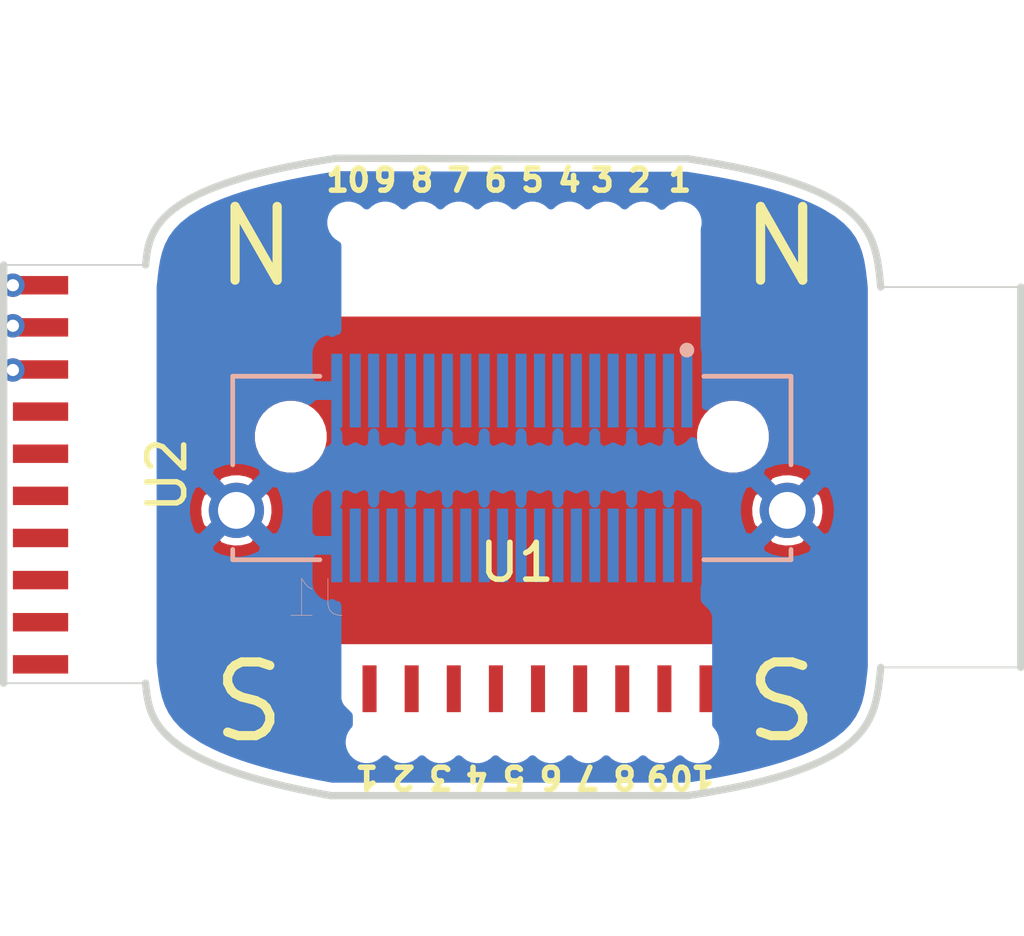
<source format=kicad_pcb>
(kicad_pcb (version 20171130) (host pcbnew "(5.1.10)-1")

  (general
    (thickness 1.6)
    (drawings 46)
    (tracks 3)
    (zones 0)
    (modules 3)
    (nets 22)
  )

  (page A4)
  (layers
    (0 F.Cu signal)
    (31 B.Cu signal)
    (32 B.Adhes user hide)
    (33 F.Adhes user hide)
    (34 B.Paste user hide)
    (35 F.Paste user hide)
    (36 B.SilkS user)
    (37 F.SilkS user)
    (38 B.Mask user hide)
    (39 F.Mask user hide)
    (40 Dwgs.User user hide)
    (41 Cmts.User user hide)
    (42 Eco1.User user hide)
    (43 Eco2.User user hide)
    (44 Edge.Cuts user)
    (45 Margin user hide)
    (46 B.CrtYd user hide)
    (47 F.CrtYd user hide)
    (48 B.Fab user hide)
    (49 F.Fab user hide)
  )

  (setup
    (last_trace_width 0.25)
    (user_trace_width 0.254)
    (trace_clearance 0.2)
    (zone_clearance 0.25)
    (zone_45_only no)
    (trace_min 0.2)
    (via_size 0.635)
    (via_drill 0.33)
    (via_min_size 0.4)
    (via_min_drill 0.3)
    (user_via 0.635 0.3302)
    (uvia_size 0.3)
    (uvia_drill 0.1)
    (uvias_allowed no)
    (uvia_min_size 0.2)
    (uvia_min_drill 0.1)
    (edge_width 0.05)
    (segment_width 0.2)
    (pcb_text_width 0.3)
    (pcb_text_size 1.5 1.5)
    (mod_edge_width 0.12)
    (mod_text_size 1 1)
    (mod_text_width 0.15)
    (pad_size 0.381 1.47)
    (pad_drill 0)
    (pad_to_mask_clearance 0.051)
    (solder_mask_min_width 0.25)
    (aux_axis_origin 0 0)
    (visible_elements 7FFFFFFF)
    (pcbplotparams
      (layerselection 0x010fc_ffffffff)
      (usegerberextensions false)
      (usegerberattributes false)
      (usegerberadvancedattributes false)
      (creategerberjobfile false)
      (excludeedgelayer true)
      (linewidth 0.100000)
      (plotframeref false)
      (viasonmask false)
      (mode 1)
      (useauxorigin false)
      (hpglpennumber 1)
      (hpglpenspeed 20)
      (hpglpendiameter 15.000000)
      (psnegative false)
      (psa4output false)
      (plotreference true)
      (plotvalue true)
      (plotinvisibletext false)
      (padsonsilk false)
      (subtractmaskfromsilk false)
      (outputformat 1)
      (mirror false)
      (drillshape 0)
      (scaleselection 1)
      (outputdirectory "Gerbers"))
  )

  (net 0 "")
  (net 1 GND)
  (net 2 "Net-(J1-Pad38)")
  (net 3 "Net-(J1-Pad34)")
  (net 4 "Net-(J1-Pad30)")
  (net 5 "Net-(J1-Pad26)")
  (net 6 "Net-(J1-Pad22)")
  (net 7 "Net-(J1-Pad18)")
  (net 8 "Net-(J1-Pad14)")
  (net 9 "Net-(J1-Pad10)")
  (net 10 "Net-(J1-Pad6)")
  (net 11 "Net-(J1-Pad2)")
  (net 12 "Net-(J1-Pad37)")
  (net 13 "Net-(J1-Pad33)")
  (net 14 "Net-(J1-Pad29)")
  (net 15 "Net-(J1-Pad25)")
  (net 16 "Net-(J1-Pad21)")
  (net 17 "Net-(J1-Pad17)")
  (net 18 "Net-(J1-Pad13)")
  (net 19 "Net-(J1-Pad9)")
  (net 20 "Net-(J1-Pad5)")
  (net 21 "Net-(J1-Pad1)")

  (net_class Default "This is the default net class."
    (clearance 0.2)
    (trace_width 0.25)
    (via_dia 0.635)
    (via_drill 0.33)
    (uvia_dia 0.3)
    (uvia_drill 0.1)
    (add_net GND)
    (add_net "Net-(J1-Pad1)")
    (add_net "Net-(J1-Pad10)")
    (add_net "Net-(J1-Pad13)")
    (add_net "Net-(J1-Pad14)")
    (add_net "Net-(J1-Pad17)")
    (add_net "Net-(J1-Pad18)")
    (add_net "Net-(J1-Pad2)")
    (add_net "Net-(J1-Pad21)")
    (add_net "Net-(J1-Pad22)")
    (add_net "Net-(J1-Pad25)")
    (add_net "Net-(J1-Pad26)")
    (add_net "Net-(J1-Pad29)")
    (add_net "Net-(J1-Pad30)")
    (add_net "Net-(J1-Pad33)")
    (add_net "Net-(J1-Pad34)")
    (add_net "Net-(J1-Pad37)")
    (add_net "Net-(J1-Pad38)")
    (add_net "Net-(J1-Pad5)")
    (add_net "Net-(J1-Pad6)")
    (add_net "Net-(J1-Pad9)")
  )

  (module libpretty:wirebond_10x_1cm (layer F.Cu) (tedit 651CB979) (tstamp 651D148B)
    (at 91.65 92.893982 270)
    (path /5FACFDB6)
    (fp_text reference U2 (at 0 -3.429 270) (layer F.SilkS)
      (effects (font (size 1 1) (thickness 0.15)))
    )
    (fp_text value wirebond_10x_1cm (at 0 -1.7145 270) (layer F.Fab)
      (effects (font (size 1 1) (thickness 0.15)))
    )
    (pad 1 smd rect (at -5.1435 0 270) (size 0.5 1.5) (layers F.Cu F.Paste F.Mask)
      (net 21 "Net-(J1-Pad1)"))
    (pad 2 smd rect (at -4.0005 0 270) (size 0.5 1.5) (layers F.Cu F.Paste F.Mask)
      (net 20 "Net-(J1-Pad5)"))
    (pad 3 smd rect (at -2.8575 0 270) (size 0.5 1.5) (layers F.Cu F.Paste F.Mask)
      (net 19 "Net-(J1-Pad9)"))
    (pad 4 smd rect (at -1.7145 0 270) (size 0.5 1.5) (layers F.Cu F.Paste F.Mask)
      (net 18 "Net-(J1-Pad13)"))
    (pad 5 smd rect (at -0.5715 0 270) (size 0.5 1.5) (layers F.Cu F.Paste F.Mask)
      (net 17 "Net-(J1-Pad17)"))
    (pad 6 smd rect (at 0.5715 0 270) (size 0.5 1.5) (layers F.Cu F.Paste F.Mask)
      (net 16 "Net-(J1-Pad21)"))
    (pad 7 smd rect (at 1.7145 0 270) (size 0.5 1.5) (layers F.Cu F.Paste F.Mask)
      (net 15 "Net-(J1-Pad25)"))
    (pad 8 smd rect (at 2.8575 0 270) (size 0.5 1.5) (layers F.Cu F.Paste F.Mask)
      (net 14 "Net-(J1-Pad29)"))
    (pad 9 smd rect (at 4.0005 0 270) (size 0.5 1.5) (layers F.Cu F.Paste F.Mask)
      (net 13 "Net-(J1-Pad33)"))
    (pad 10 smd rect (at 5.1435 0 270) (size 0.5 1.5) (layers F.Cu F.Paste F.Mask)
      (net 12 "Net-(J1-Pad37)"))
  )

  (module libpretty:wirebond_10x_1cm (layer F.Cu) (tedit 5FAB48C2) (tstamp 5FABAB68)
    (at 104.5785 98.7)
    (path /5FAB5343)
    (fp_text reference U1 (at 0 -3.429) (layer F.SilkS)
      (effects (font (size 1 1) (thickness 0.15)))
    )
    (fp_text value wirebond_10x_1cm (at 0 -1.7145) (layer F.Fab)
      (effects (font (size 1 1) (thickness 0.15)))
    )
    (pad 1 smd rect (at -5.1435 0) (size 0.381 1.27) (layers F.Cu F.Paste F.Mask)
      (net 2 "Net-(J1-Pad38)"))
    (pad 2 smd rect (at -4.0005 0) (size 0.381 1.27) (layers F.Cu F.Paste F.Mask)
      (net 3 "Net-(J1-Pad34)"))
    (pad 3 smd rect (at -2.8575 0) (size 0.381 1.27) (layers F.Cu F.Paste F.Mask)
      (net 4 "Net-(J1-Pad30)"))
    (pad 4 smd rect (at -1.7145 0) (size 0.381 1.27) (layers F.Cu F.Paste F.Mask)
      (net 5 "Net-(J1-Pad26)"))
    (pad 5 smd rect (at -0.5715 0) (size 0.381 1.27) (layers F.Cu F.Paste F.Mask)
      (net 6 "Net-(J1-Pad22)"))
    (pad 6 smd rect (at 0.5715 0) (size 0.381 1.27) (layers F.Cu F.Paste F.Mask)
      (net 7 "Net-(J1-Pad18)"))
    (pad 7 smd rect (at 1.7145 0) (size 0.381 1.27) (layers F.Cu F.Paste F.Mask)
      (net 8 "Net-(J1-Pad14)"))
    (pad 8 smd rect (at 2.8575 0) (size 0.381 1.27) (layers F.Cu F.Paste F.Mask)
      (net 9 "Net-(J1-Pad10)"))
    (pad 9 smd rect (at 4.0005 0) (size 0.381 1.27) (layers F.Cu F.Paste F.Mask)
      (net 10 "Net-(J1-Pad6)"))
    (pad 10 smd rect (at 5.1435 0) (size 0.381 1.27) (layers F.Cu F.Paste F.Mask)
      (net 11 "Net-(J1-Pad2)"))
  )

  (module libpretty:SAMTEC_LSHM-120-02.5-L-DV-A-S-TR (layer B.Cu) (tedit 60A2855D) (tstamp 5FABA2C5)
    (at 104.44 92.71)
    (path /5FAB49FC)
    (fp_text reference J1 (at -5.325 3.535) (layer B.SilkS)
      (effects (font (size 1 1) (thickness 0.015)) (justify mirror))
    )
    (fp_text value LSHM-120-02.5-L-DV-A-S-TR (at 11.72 -3.565) (layer B.Fab)
      (effects (font (size 1 1) (thickness 0.015)) (justify mirror))
    )
    (fp_circle (center -7.475 1.15) (end -6.475 1.15) (layer B.Paste) (width 0.1))
    (fp_circle (center 7.475 1.15) (end 8.475 1.15) (layer B.Paste) (width 0.1))
    (fp_circle (center 4.75 -3.2) (end 4.85 -3.2) (layer B.Fab) (width 0.2))
    (fp_circle (center 4.75 -3.2) (end 4.85 -3.2) (layer B.SilkS) (width 0.2))
    (fp_line (start 8.475 -2.85) (end -8.475 -2.85) (layer B.CrtYd) (width 0.05))
    (fp_line (start 8.475 2.85) (end 8.475 -2.85) (layer B.CrtYd) (width 0.05))
    (fp_line (start -8.475 2.85) (end 8.475 2.85) (layer B.CrtYd) (width 0.05))
    (fp_line (start -8.475 -2.85) (end -8.475 2.85) (layer B.CrtYd) (width 0.05))
    (fp_line (start -7.575 -2.49) (end -7.575 -0.086) (layer B.SilkS) (width 0.127))
    (fp_line (start -7.575 -2.49) (end -5.21 -2.49) (layer B.SilkS) (width 0.127))
    (fp_line (start 7.575 -2.49) (end 7.575 -0.086) (layer B.SilkS) (width 0.127))
    (fp_line (start 5.21 -2.49) (end 7.575 -2.49) (layer B.SilkS) (width 0.127))
    (fp_line (start 7.575 2.49) (end 7.575 2.21) (layer B.SilkS) (width 0.127))
    (fp_line (start 7.575 2.49) (end 5.21 2.49) (layer B.SilkS) (width 0.127))
    (fp_line (start -7.575 2.49) (end -7.575 2.21) (layer B.SilkS) (width 0.127))
    (fp_line (start -5.21 2.49) (end -7.575 2.49) (layer B.SilkS) (width 0.127))
    (fp_line (start 7.575 -2.49) (end -7.575 -2.49) (layer B.Fab) (width 0.127))
    (fp_line (start 7.575 2.49) (end 7.575 -2.49) (layer B.Fab) (width 0.127))
    (fp_line (start -7.575 2.49) (end 7.575 2.49) (layer B.Fab) (width 0.127))
    (fp_line (start -7.575 -2.49) (end -7.575 2.49) (layer B.Fab) (width 0.127))
    (pad S2 thru_hole circle (at 7.475 1.15) (size 1.5 1.5) (drill 1) (layers *.Cu *.Mask)
      (net 1 GND))
    (pad S1 thru_hole circle (at -7.475 1.15) (size 1.5 1.5) (drill 1) (layers *.Cu *.Mask)
      (net 1 GND))
    (pad None np_thru_hole circle (at 6 -0.85) (size 1.45 1.45) (drill 1.45) (layers *.Cu *.Mask))
    (pad None np_thru_hole circle (at -6 -0.85) (size 1.45 1.45) (drill 1.45) (layers *.Cu *.Mask))
    (pad 40 smd rect (at -4.75 2.1) (size 0.3 2) (layers B.Cu B.Paste B.Mask)
      (net 1 GND))
    (pad 39 smd rect (at -4.75 -2.1) (size 0.3 2) (layers B.Cu B.Paste B.Mask)
      (net 1 GND))
    (pad 38 smd rect (at -4.25 2.1) (size 0.3 2) (layers B.Cu B.Paste B.Mask)
      (net 2 "Net-(J1-Pad38)"))
    (pad 37 smd rect (at -4.25 -2.1) (size 0.3 2) (layers B.Cu B.Paste B.Mask)
      (net 12 "Net-(J1-Pad37)"))
    (pad 36 smd rect (at -3.75 2.1) (size 0.3 2) (layers B.Cu B.Paste B.Mask)
      (net 1 GND))
    (pad 35 smd rect (at -3.75 -2.1) (size 0.3 2) (layers B.Cu B.Paste B.Mask)
      (net 1 GND))
    (pad 34 smd rect (at -3.25 2.1) (size 0.3 2) (layers B.Cu B.Paste B.Mask)
      (net 3 "Net-(J1-Pad34)"))
    (pad 33 smd rect (at -3.25 -2.1) (size 0.3 2) (layers B.Cu B.Paste B.Mask)
      (net 13 "Net-(J1-Pad33)"))
    (pad 32 smd rect (at -2.75 2.1) (size 0.3 2) (layers B.Cu B.Paste B.Mask)
      (net 1 GND))
    (pad 31 smd rect (at -2.75 -2.1) (size 0.3 2) (layers B.Cu B.Paste B.Mask)
      (net 1 GND))
    (pad 30 smd rect (at -2.25 2.1) (size 0.3 2) (layers B.Cu B.Paste B.Mask)
      (net 4 "Net-(J1-Pad30)"))
    (pad 29 smd rect (at -2.25 -2.1) (size 0.3 2) (layers B.Cu B.Paste B.Mask)
      (net 14 "Net-(J1-Pad29)"))
    (pad 28 smd rect (at -1.75 2.1) (size 0.3 2) (layers B.Cu B.Paste B.Mask)
      (net 1 GND))
    (pad 27 smd rect (at -1.75 -2.1) (size 0.3 2) (layers B.Cu B.Paste B.Mask)
      (net 1 GND))
    (pad 26 smd rect (at -1.25 2.1) (size 0.3 2) (layers B.Cu B.Paste B.Mask)
      (net 5 "Net-(J1-Pad26)"))
    (pad 25 smd rect (at -1.25 -2.1) (size 0.3 2) (layers B.Cu B.Paste B.Mask)
      (net 15 "Net-(J1-Pad25)"))
    (pad 24 smd rect (at -0.75 2.1) (size 0.3 2) (layers B.Cu B.Paste B.Mask)
      (net 1 GND))
    (pad 23 smd rect (at -0.75 -2.1) (size 0.3 2) (layers B.Cu B.Paste B.Mask)
      (net 1 GND))
    (pad 22 smd rect (at -0.25 2.1) (size 0.3 2) (layers B.Cu B.Paste B.Mask)
      (net 6 "Net-(J1-Pad22)"))
    (pad 21 smd rect (at -0.25 -2.1) (size 0.3 2) (layers B.Cu B.Paste B.Mask)
      (net 16 "Net-(J1-Pad21)"))
    (pad 20 smd rect (at 0.25 2.1) (size 0.3 2) (layers B.Cu B.Paste B.Mask)
      (net 1 GND))
    (pad 19 smd rect (at 0.25 -2.1) (size 0.3 2) (layers B.Cu B.Paste B.Mask)
      (net 1 GND))
    (pad 18 smd rect (at 0.75 2.1) (size 0.3 2) (layers B.Cu B.Paste B.Mask)
      (net 7 "Net-(J1-Pad18)"))
    (pad 17 smd rect (at 0.75 -2.1) (size 0.3 2) (layers B.Cu B.Paste B.Mask)
      (net 17 "Net-(J1-Pad17)"))
    (pad 16 smd rect (at 1.25 2.1) (size 0.3 2) (layers B.Cu B.Paste B.Mask)
      (net 1 GND))
    (pad 15 smd rect (at 1.25 -2.1) (size 0.3 2) (layers B.Cu B.Paste B.Mask)
      (net 1 GND))
    (pad 14 smd rect (at 1.75 2.1) (size 0.3 2) (layers B.Cu B.Paste B.Mask)
      (net 8 "Net-(J1-Pad14)"))
    (pad 13 smd rect (at 1.75 -2.1) (size 0.3 2) (layers B.Cu B.Paste B.Mask)
      (net 18 "Net-(J1-Pad13)"))
    (pad 12 smd rect (at 2.25 2.1) (size 0.3 2) (layers B.Cu B.Paste B.Mask)
      (net 1 GND))
    (pad 11 smd rect (at 2.25 -2.1) (size 0.3 2) (layers B.Cu B.Paste B.Mask)
      (net 1 GND))
    (pad 10 smd rect (at 2.75 2.1) (size 0.3 2) (layers B.Cu B.Paste B.Mask)
      (net 9 "Net-(J1-Pad10)"))
    (pad 9 smd rect (at 2.75 -2.1) (size 0.3 2) (layers B.Cu B.Paste B.Mask)
      (net 19 "Net-(J1-Pad9)"))
    (pad 8 smd rect (at 3.25 2.1) (size 0.3 2) (layers B.Cu B.Paste B.Mask)
      (net 1 GND))
    (pad 7 smd rect (at 3.25 -2.1) (size 0.3 2) (layers B.Cu B.Paste B.Mask)
      (net 1 GND))
    (pad 6 smd rect (at 3.75 2.1) (size 0.3 2) (layers B.Cu B.Paste B.Mask)
      (net 10 "Net-(J1-Pad6)"))
    (pad 5 smd rect (at 3.75 -2.1) (size 0.3 2) (layers B.Cu B.Paste B.Mask)
      (net 20 "Net-(J1-Pad5)"))
    (pad 4 smd rect (at 4.25 2.1) (size 0.3 2) (layers B.Cu B.Paste B.Mask)
      (net 1 GND))
    (pad 3 smd rect (at 4.25 -2.1) (size 0.3 2) (layers B.Cu B.Paste B.Mask)
      (net 1 GND))
    (pad 2 smd rect (at 4.75 2.1) (size 0.3 2) (layers B.Cu B.Paste B.Mask)
      (net 11 "Net-(J1-Pad2)"))
    (pad 1 smd rect (at 4.75 -2.1) (size 0.3 2) (layers B.Cu B.Paste B.Mask)
      (net 21 "Net-(J1-Pad1)"))
    (model ${KIPRJMOD}/lib_3d_models/LSHM-120-02.5-L-DV-A-S-TR.step
      (at (xyz 0 0 0))
      (scale (xyz 1 1 1))
      (rotate (xyz 0 0 0))
    )
  )

  (gr_line (start 92.65 87.2) (end 94.5 87.2) (layer Edge.Cuts) (width 0.05) (tstamp 651D14EA))
  (gr_line (start 90.65 87.2) (end 92.65 87.2) (layer Edge.Cuts) (width 0.05) (tstamp 651D14E5))
  (gr_line (start 92.65 98.55) (end 94.5 98.55) (layer Edge.Cuts) (width 0.05) (tstamp 651D14E1))
  (gr_line (start 90.65 98.55) (end 92.65 98.55) (layer Edge.Cuts) (width 0.05))
  (gr_line (start 118.25 98.12) (end 114.45 98.12) (layer Edge.Cuts) (width 0.05))
  (gr_line (start 118.25 87.8) (end 114.45 87.8) (layer Edge.Cuts) (width 0.05) (tstamp 651D12EB))
  (gr_poly (pts (xy 109.4 97.9) (xy 99.4 97.9) (xy 99.4 87.9) (xy 109.4 87.9)) (layer Dwgs.User) (width 0.1))
  (gr_text S (at 97.3 99.06) (layer F.SilkS) (tstamp 60A3037F)
    (effects (font (size 2 2) (thickness 0.25)))
  )
  (gr_text S (at 111.76 99.06) (layer F.SilkS) (tstamp 60A3037C)
    (effects (font (size 2 2) (thickness 0.25)))
  )
  (gr_text N (at 97.5 86.7) (layer F.SilkS) (tstamp 60A30357)
    (effects (font (size 2 2) (thickness 0.25)))
  )
  (gr_text N (at 111.76 86.7) (layer F.SilkS) (tstamp 60A30349)
    (effects (font (size 2 2) (thickness 0.25)))
  )
  (gr_text 10 (at 109.33 101.1 180) (layer F.SilkS) (tstamp 6075A55B)
    (effects (font (size 0.6 0.6) (thickness 0.15)))
  )
  (gr_text 9 (at 108.4 101.1 180) (layer F.SilkS) (tstamp 6075A539)
    (effects (font (size 0.6 0.6) (thickness 0.15)))
  )
  (gr_text 8 (at 107.5 101.1 180) (layer F.SilkS) (tstamp 6075A51E)
    (effects (font (size 0.6 0.6) (thickness 0.15)))
  )
  (gr_text 7 (at 106.5 101.1 180) (layer F.SilkS) (tstamp 6075A4FC)
    (effects (font (size 0.6 0.6) (thickness 0.15)))
  )
  (gr_text 6 (at 105.5 101.1 180) (layer F.SilkS) (tstamp 6075A4E4)
    (effects (font (size 0.6 0.6) (thickness 0.15)))
  )
  (gr_text 5 (at 104.5 101.1 180) (layer F.SilkS) (tstamp 6075A4C4)
    (effects (font (size 0.6 0.6) (thickness 0.15)))
  )
  (gr_text 4 (at 103.5 101.1 180) (layer F.SilkS) (tstamp 6075A4A5)
    (effects (font (size 0.6 0.6) (thickness 0.15)))
  )
  (gr_text 3 (at 102.5 101.1 180) (layer F.SilkS) (tstamp 6075A487)
    (effects (font (size 0.6 0.6) (thickness 0.15)))
  )
  (gr_text 2 (at 101.5 101.1 180) (layer F.SilkS) (tstamp 6075A45E)
    (effects (font (size 0.6 0.6) (thickness 0.15)))
  )
  (gr_text 1 (at 100.5 101.1 180) (layer F.SilkS) (tstamp 6075A262)
    (effects (font (size 0.6 0.6) (thickness 0.15)))
  )
  (gr_text 1 (at 109 84.9) (layer F.SilkS) (tstamp 6075A1F2)
    (effects (font (size 0.6 0.6) (thickness 0.15)))
  )
  (gr_text 2 (at 107.9 84.9) (layer F.SilkS) (tstamp 6075A1E9)
    (effects (font (size 0.6 0.6) (thickness 0.15)))
  )
  (gr_text 3 (at 106.9 84.9) (layer F.SilkS) (tstamp 6075A1CE)
    (effects (font (size 0.6 0.6) (thickness 0.15)))
  )
  (gr_text 4 (at 106 84.9) (layer F.SilkS) (tstamp 6075A1B7)
    (effects (font (size 0.6 0.6) (thickness 0.15)))
  )
  (gr_text 5 (at 105 84.9) (layer F.SilkS) (tstamp 6075A197)
    (effects (font (size 0.6 0.6) (thickness 0.15)))
  )
  (gr_text 6 (at 104 84.9) (layer F.SilkS) (tstamp 6075A184)
    (effects (font (size 0.6 0.6) (thickness 0.15)))
  )
  (gr_text 7 (at 103 84.9) (layer F.SilkS) (tstamp 6075A165)
    (effects (font (size 0.6 0.6) (thickness 0.15)))
  )
  (gr_text 8 (at 102 84.9) (layer F.SilkS) (tstamp 6075A10B)
    (effects (font (size 0.6 0.6) (thickness 0.15)))
  )
  (gr_text 9 (at 101 84.9) (layer F.SilkS) (tstamp 6075A0F8)
    (effects (font (size 0.6 0.6) (thickness 0.15)))
  )
  (gr_text 10 (at 100 84.9) (layer F.SilkS)
    (effects (font (size 0.6 0.6) (thickness 0.15)))
  )
  (gr_line (start 104.449805 101.6) (end 99.524708 101.6) (layer Edge.Cuts) (width 0.2) (tstamp 6074CDAB))
  (gr_line (start 109.22 101.6) (end 104.449805 101.6) (layer Edge.Cuts) (width 0.2) (tstamp 6074CDA2))
  (gr_curve (pts (xy 94.5 98.55) (xy 94.599609 99.443662) (xy 94.599609 100.713662) (xy 99.524708 101.6)) (layer Edge.Cuts) (width 0.2) (tstamp 6074CD8A))
  (gr_curve (pts (xy 114.45 98.12) (xy 114.3 99.56) (xy 114.3 100.83) (xy 109.22 101.6)) (layer Edge.Cuts) (width 0.2) (tstamp 6074CD7E))
  (gr_line (start 104.449805 84.32) (end 99.679609 84.303982) (layer Edge.Cuts) (width 0.2) (tstamp 6074CD5F))
  (gr_curve (pts (xy 94.5 87.2) (xy 94.599609 86.343982) (xy 94.599609 85.073982) (xy 99.679609 84.303982)) (layer Edge.Cuts) (width 0.2) (tstamp 6074CD57))
  (gr_line (start 109.22 84.32) (end 104.449805 84.32) (layer Edge.Cuts) (width 0.2))
  (gr_curve (pts (xy 114.45 87.8) (xy 114.3 86.36) (xy 114.3 85.09) (xy 109.22 84.32)) (layer Edge.Cuts) (width 0.2) (tstamp 5FABB454))
  (gr_poly (pts (xy 98.05 86) (xy 98.05 100) (xy 111.05 100) (xy 111.05 86)) (layer B.Fab) (width 0.1) (tstamp 5FAC2629))
  (gr_poly (pts (xy 114 88.6) (xy 95 88.6) (xy 95 97.49) (xy 114 97.49)) (layer F.Mask) (width 0.1))
  (gr_poly (pts (xy 110 85.4) (xy 99 85.4) (xy 99 86.55) (xy 110 86.55)) (layer F.Mask) (width 0.1) (tstamp 5FABE217))
  (gr_poly (pts (xy 110.6 98.9) (xy 98.6 98.9) (xy 98.6 100.5) (xy 110.6 100.5)) (layer F.Mask) (width 0.1) (tstamp 5FABE211))
  (gr_line (start 118.25 98.12) (end 118.25 87.8) (layer Edge.Cuts) (width 0.2))
  (gr_poly (pts (xy 99.55 87.909841) (xy 99.55 97.909841) (xy 109.55 97.909841) (xy 109.55 87.909841)) (layer F.Fab) (width 0.1))
  (gr_line (start 90.65 87.2) (end 90.65 98.55) (layer Edge.Cuts) (width 0.2))

  (via (at 90.9 90.05) (size 0.635) (drill 0.33) (layers F.Cu B.Cu) (net 19))
  (via (at 90.9 88.85) (size 0.635) (drill 0.33) (layers F.Cu B.Cu) (net 20))
  (via (at 90.9 87.75) (size 0.635) (drill 0.33) (layers F.Cu B.Cu) (net 21))

  (zone (net 1) (net_name GND) (layer F.Cu) (tstamp 60A302E0) (hatch edge 0.508)
    (connect_pads (clearance 0.25))
    (min_thickness 0.15)
    (fill yes (arc_segments 32) (thermal_gap 0.2) (thermal_bridge_width 0.508))
    (polygon
      (pts
        (xy 114 88.6) (xy 114 97.49) (xy 95 97.49) (xy 95 88.6)
      )
    )
    (filled_polygon
      (pts
        (xy 113.925 97.415) (xy 95.075 97.415) (xy 95.075 94.654361) (xy 96.423783 94.654361) (xy 96.513632 94.785789)
        (xy 96.702917 94.856057) (xy 96.902274 94.888048) (xy 97.104041 94.880532) (xy 97.300465 94.833797) (xy 97.416368 94.785789)
        (xy 97.506217 94.654361) (xy 111.373783 94.654361) (xy 111.463632 94.785789) (xy 111.652917 94.856057) (xy 111.852274 94.888048)
        (xy 112.054041 94.880532) (xy 112.250465 94.833797) (xy 112.366368 94.785789) (xy 112.456217 94.654361) (xy 111.915 94.113144)
        (xy 111.373783 94.654361) (xy 97.506217 94.654361) (xy 96.965 94.113144) (xy 96.423783 94.654361) (xy 95.075 94.654361)
        (xy 95.075 93.797274) (xy 95.936952 93.797274) (xy 95.944468 93.999041) (xy 95.991203 94.195465) (xy 96.039211 94.311368)
        (xy 96.170639 94.401217) (xy 96.711856 93.86) (xy 97.218144 93.86) (xy 97.759361 94.401217) (xy 97.890789 94.311368)
        (xy 97.961057 94.122083) (xy 97.993048 93.922726) (xy 97.988375 93.797274) (xy 110.886952 93.797274) (xy 110.894468 93.999041)
        (xy 110.941203 94.195465) (xy 110.989211 94.311368) (xy 111.120639 94.401217) (xy 111.661856 93.86) (xy 112.168144 93.86)
        (xy 112.709361 94.401217) (xy 112.840789 94.311368) (xy 112.911057 94.122083) (xy 112.943048 93.922726) (xy 112.935532 93.720959)
        (xy 112.888797 93.524535) (xy 112.840789 93.408632) (xy 112.709361 93.318783) (xy 112.168144 93.86) (xy 111.661856 93.86)
        (xy 111.120639 93.318783) (xy 110.989211 93.408632) (xy 110.918943 93.597917) (xy 110.886952 93.797274) (xy 97.988375 93.797274)
        (xy 97.985532 93.720959) (xy 97.938797 93.524535) (xy 97.890789 93.408632) (xy 97.759361 93.318783) (xy 97.218144 93.86)
        (xy 96.711856 93.86) (xy 96.170639 93.318783) (xy 96.039211 93.408632) (xy 95.968943 93.597917) (xy 95.936952 93.797274)
        (xy 95.075 93.797274) (xy 95.075 93.065639) (xy 96.423783 93.065639) (xy 96.965 93.606856) (xy 97.506217 93.065639)
        (xy 111.373783 93.065639) (xy 111.915 93.606856) (xy 112.456217 93.065639) (xy 112.366368 92.934211) (xy 112.177083 92.863943)
        (xy 111.977726 92.831952) (xy 111.775959 92.839468) (xy 111.579535 92.886203) (xy 111.463632 92.934211) (xy 111.373783 93.065639)
        (xy 97.506217 93.065639) (xy 97.416368 92.934211) (xy 97.227083 92.863943) (xy 97.027726 92.831952) (xy 96.825959 92.839468)
        (xy 96.629535 92.886203) (xy 96.513632 92.934211) (xy 96.423783 93.065639) (xy 95.075 93.065639) (xy 95.075 91.756584)
        (xy 97.39 91.756584) (xy 97.39 91.963416) (xy 97.43035 92.166274) (xy 97.509502 92.357362) (xy 97.624411 92.529336)
        (xy 97.770664 92.675589) (xy 97.942638 92.790498) (xy 98.133726 92.86965) (xy 98.336584 92.91) (xy 98.543416 92.91)
        (xy 98.746274 92.86965) (xy 98.937362 92.790498) (xy 99.109336 92.675589) (xy 99.255589 92.529336) (xy 99.370498 92.357362)
        (xy 99.44965 92.166274) (xy 99.49 91.963416) (xy 99.49 91.756584) (xy 109.39 91.756584) (xy 109.39 91.963416)
        (xy 109.43035 92.166274) (xy 109.509502 92.357362) (xy 109.624411 92.529336) (xy 109.770664 92.675589) (xy 109.942638 92.790498)
        (xy 110.133726 92.86965) (xy 110.336584 92.91) (xy 110.543416 92.91) (xy 110.746274 92.86965) (xy 110.937362 92.790498)
        (xy 111.109336 92.675589) (xy 111.255589 92.529336) (xy 111.370498 92.357362) (xy 111.44965 92.166274) (xy 111.49 91.963416)
        (xy 111.49 91.756584) (xy 111.44965 91.553726) (xy 111.370498 91.362638) (xy 111.255589 91.190664) (xy 111.109336 91.044411)
        (xy 110.937362 90.929502) (xy 110.746274 90.85035) (xy 110.543416 90.81) (xy 110.336584 90.81) (xy 110.133726 90.85035)
        (xy 109.942638 90.929502) (xy 109.770664 91.044411) (xy 109.624411 91.190664) (xy 109.509502 91.362638) (xy 109.43035 91.553726)
        (xy 109.39 91.756584) (xy 99.49 91.756584) (xy 99.44965 91.553726) (xy 99.370498 91.362638) (xy 99.255589 91.190664)
        (xy 99.109336 91.044411) (xy 98.937362 90.929502) (xy 98.746274 90.85035) (xy 98.543416 90.81) (xy 98.336584 90.81)
        (xy 98.133726 90.85035) (xy 97.942638 90.929502) (xy 97.770664 91.044411) (xy 97.624411 91.190664) (xy 97.509502 91.362638)
        (xy 97.43035 91.553726) (xy 97.39 91.756584) (xy 95.075 91.756584) (xy 95.075 88.675) (xy 113.925 88.675)
      )
    )
  )
  (zone (net 1) (net_name GND) (layer B.Cu) (tstamp 60A302DD) (hatch edge 0.508)
    (connect_pads (clearance 0.25))
    (min_thickness 0.254)
    (fill yes (arc_segments 32) (thermal_gap 0.508) (thermal_bridge_width 0.508))
    (polygon
      (pts
        (xy 118.11 105.41) (xy 92.71 105.41) (xy 92.71 80.01) (xy 118.11 80.01)
      )
    )
    (filled_polygon
      (pts
        (xy 104.425573 84.79692) (xy 104.426382 84.797) (xy 104.44929 84.797) (xy 104.471626 84.797075) (xy 104.472415 84.797)
        (xy 109.182186 84.797) (xy 109.602409 84.864052) (xy 110.026845 84.939098) (xy 110.422637 85.016641) (xy 110.790641 85.096544)
        (xy 111.131739 85.178666) (xy 111.446733 85.262827) (xy 111.736549 85.348851) (xy 112.002025 85.436519) (xy 112.243994 85.52557)
        (xy 112.463398 85.615739) (xy 112.661172 85.706721) (xy 112.832647 85.795264) (xy 113.13388 85.981185) (xy 113.361963 86.162321)
        (xy 113.53346 86.340877) (xy 113.66106 86.519108) (xy 113.756173 86.702323) (xy 113.82716 86.896849) (xy 113.879674 87.107586)
        (xy 113.918344 87.336882) (xy 113.948296 87.585118) (xy 113.973001 87.824553) (xy 113.973 98.095456) (xy 113.948296 98.33488)
        (xy 113.918344 98.583117) (xy 113.879674 98.812413) (xy 113.82716 99.02315) (xy 113.756173 99.217676) (xy 113.66106 99.400891)
        (xy 113.533462 99.579119) (xy 113.361963 99.757678) (xy 113.133879 99.938815) (xy 112.832647 100.124735) (xy 112.661172 100.213278)
        (xy 112.463398 100.30426) (xy 112.243994 100.394429) (xy 112.002025 100.48348) (xy 111.736549 100.571148) (xy 111.446733 100.657172)
        (xy 111.131739 100.741333) (xy 110.790641 100.823455) (xy 110.422637 100.903358) (xy 110.026845 100.980901) (xy 109.602418 101.055946)
        (xy 109.182184 101.123) (xy 99.569203 101.123) (xy 99.169483 101.047772) (xy 98.758397 100.963089) (xy 98.375021 100.876564)
        (xy 98.018681 100.788348) (xy 97.688361 100.698525) (xy 97.383421 100.607298) (xy 97.102823 100.51478) (xy 96.845872 100.421214)
        (xy 96.611601 100.326784) (xy 96.399212 100.231777) (xy 96.207757 100.136462) (xy 96.04167 100.044146) (xy 95.749483 99.851411)
        (xy 95.527643 99.664702) (xy 95.360079 99.481152) (xy 95.234792 99.298206) (xy 95.141108 99.110639) (xy 95.071122 98.912443)
        (xy 95.019329 98.699001) (xy 94.98109 98.467976) (xy 94.951303 98.218855) (xy 94.926609 97.979152) (xy 94.926609 94.816993)
        (xy 96.187612 94.816993) (xy 96.253137 95.05586) (xy 96.500116 95.17176) (xy 96.76496 95.23725) (xy 97.037492 95.249812)
        (xy 97.307238 95.208965) (xy 97.563832 95.116277) (xy 97.676863 95.05586) (xy 97.742388 94.816993) (xy 96.965 94.039605)
        (xy 96.187612 94.816993) (xy 94.926609 94.816993) (xy 94.926609 93.932492) (xy 95.575188 93.932492) (xy 95.616035 94.202238)
        (xy 95.708723 94.458832) (xy 95.76914 94.571863) (xy 96.008007 94.637388) (xy 96.785395 93.86) (xy 97.144605 93.86)
        (xy 97.921993 94.637388) (xy 98.16086 94.571863) (xy 98.27676 94.324884) (xy 98.34225 94.06004) (xy 98.35342 93.817688)
        (xy 98.901974 93.817688) (xy 98.905 94.52425) (xy 99.06375 94.683) (xy 99.661176 94.683) (xy 99.661176 94.937)
        (xy 99.06375 94.937) (xy 98.905 95.09575) (xy 98.901974 95.802312) (xy 98.912734 95.926933) (xy 98.947599 96.047059)
        (xy 99.00523 96.158076) (xy 99.083412 96.255716) (xy 99.17914 96.336228) (xy 99.288736 96.396517) (xy 99.407987 96.434266)
        (xy 99.50825 96.445) (xy 99.562998 96.390252) (xy 99.562998 96.445) (xy 99.688 96.445) (xy 99.688001 98.895347)
        (xy 99.685573 98.92) (xy 99.695265 99.018409) (xy 99.72397 99.113036) (xy 99.770584 99.200245) (xy 99.817601 99.257535)
        (xy 99.817604 99.257538) (xy 99.833317 99.276684) (xy 99.852463 99.292397) (xy 99.998001 99.437935) (xy 99.998001 99.669828)
        (xy 99.960547 99.707282) (xy 99.884542 99.821031) (xy 99.83219 99.947422) (xy 99.8055 100.081598) (xy 99.8055 100.218402)
        (xy 99.83219 100.352578) (xy 99.884542 100.478969) (xy 99.960547 100.592718) (xy 100.057282 100.689453) (xy 100.171031 100.765458)
        (xy 100.297422 100.81781) (xy 100.431598 100.8445) (xy 100.568402 100.8445) (xy 100.702578 100.81781) (xy 100.828969 100.765458)
        (xy 100.942718 100.689453) (xy 101 100.632171) (xy 101.057282 100.689453) (xy 101.171031 100.765458) (xy 101.297422 100.81781)
        (xy 101.431598 100.8445) (xy 101.568402 100.8445) (xy 101.702578 100.81781) (xy 101.828969 100.765458) (xy 101.942718 100.689453)
        (xy 102 100.632171) (xy 102.057282 100.689453) (xy 102.171031 100.765458) (xy 102.297422 100.81781) (xy 102.431598 100.8445)
        (xy 102.568402 100.8445) (xy 102.702578 100.81781) (xy 102.828969 100.765458) (xy 102.942718 100.689453) (xy 103 100.632171)
        (xy 103.057282 100.689453) (xy 103.171031 100.765458) (xy 103.297422 100.81781) (xy 103.431598 100.8445) (xy 103.568402 100.8445)
        (xy 103.702578 100.81781) (xy 103.828969 100.765458) (xy 103.942718 100.689453) (xy 104 100.632171) (xy 104.057282 100.689453)
        (xy 104.171031 100.765458) (xy 104.297422 100.81781) (xy 104.431598 100.8445) (xy 104.568402 100.8445) (xy 104.702578 100.81781)
        (xy 104.828969 100.765458) (xy 104.942718 100.689453) (xy 105 100.632171) (xy 105.057282 100.689453) (xy 105.171031 100.765458)
        (xy 105.297422 100.81781) (xy 105.431598 100.8445) (xy 105.568402 100.8445) (xy 105.702578 100.81781) (xy 105.828969 100.765458)
        (xy 105.942718 100.689453) (xy 106 100.632171) (xy 106.057282 100.689453) (xy 106.171031 100.765458) (xy 106.297422 100.81781)
        (xy 106.431598 100.8445) (xy 106.568402 100.8445) (xy 106.702578 100.81781) (xy 106.828969 100.765458) (xy 106.942718 100.689453)
        (xy 107 100.632171) (xy 107.057282 100.689453) (xy 107.171031 100.765458) (xy 107.297422 100.81781) (xy 107.431598 100.8445)
        (xy 107.568402 100.8445) (xy 107.702578 100.81781) (xy 107.828969 100.765458) (xy 107.942718 100.689453) (xy 108 100.632171)
        (xy 108.057282 100.689453) (xy 108.171031 100.765458) (xy 108.297422 100.81781) (xy 108.431598 100.8445) (xy 108.568402 100.8445)
        (xy 108.702578 100.81781) (xy 108.828969 100.765458) (xy 108.942718 100.689453) (xy 109 100.632171) (xy 109.057282 100.689453)
        (xy 109.171031 100.765458) (xy 109.297422 100.81781) (xy 109.431598 100.8445) (xy 109.568402 100.8445) (xy 109.702578 100.81781)
        (xy 109.828969 100.765458) (xy 109.942718 100.689453) (xy 110.039453 100.592718) (xy 110.115458 100.478969) (xy 110.16781 100.352578)
        (xy 110.1945 100.218402) (xy 110.1945 100.081598) (xy 110.16781 99.947422) (xy 110.115458 99.821031) (xy 110.039453 99.707282)
        (xy 110.002 99.669829) (xy 110.002 96.824642) (xy 110.004427 96.799999) (xy 110.002 96.775356) (xy 110.002 96.775347)
        (xy 109.994736 96.701591) (xy 109.966031 96.606964) (xy 109.919417 96.519755) (xy 109.856684 96.443316) (xy 109.837532 96.427598)
        (xy 109.692 96.282066) (xy 109.692 95.948337) (xy 109.711545 95.883905) (xy 109.718824 95.81) (xy 109.718824 94.816993)
        (xy 111.137612 94.816993) (xy 111.203137 95.05586) (xy 111.450116 95.17176) (xy 111.71496 95.23725) (xy 111.987492 95.249812)
        (xy 112.257238 95.208965) (xy 112.513832 95.116277) (xy 112.626863 95.05586) (xy 112.692388 94.816993) (xy 111.915 94.039605)
        (xy 111.137612 94.816993) (xy 109.718824 94.816993) (xy 109.718824 93.932492) (xy 110.525188 93.932492) (xy 110.566035 94.202238)
        (xy 110.658723 94.458832) (xy 110.71914 94.571863) (xy 110.958007 94.637388) (xy 111.735395 93.86) (xy 112.094605 93.86)
        (xy 112.871993 94.637388) (xy 113.11086 94.571863) (xy 113.22676 94.324884) (xy 113.29225 94.06004) (xy 113.304812 93.787508)
        (xy 113.263965 93.517762) (xy 113.171277 93.261168) (xy 113.11086 93.148137) (xy 112.871993 93.082612) (xy 112.094605 93.86)
        (xy 111.735395 93.86) (xy 110.958007 93.082612) (xy 110.71914 93.148137) (xy 110.60324 93.395116) (xy 110.53775 93.65996)
        (xy 110.525188 93.932492) (xy 109.718824 93.932492) (xy 109.718824 93.81) (xy 109.711545 93.736095) (xy 109.689988 93.66503)
        (xy 109.654981 93.599537) (xy 109.607869 93.542131) (xy 109.550463 93.495019) (xy 109.48497 93.460012) (xy 109.413905 93.438455)
        (xy 109.351019 93.432261) (xy 109.296588 93.364284) (xy 109.20086 93.283772) (xy 109.091264 93.223483) (xy 108.972013 93.185734)
        (xy 108.87175 93.175) (xy 108.713 93.33375) (xy 108.713 93.622023) (xy 108.690012 93.66503) (xy 108.69 93.66507)
        (xy 108.689988 93.66503) (xy 108.667 93.622023) (xy 108.667 93.33375) (xy 108.50825 93.175) (xy 108.407987 93.185734)
        (xy 108.288736 93.223483) (xy 108.19 93.277798) (xy 108.091264 93.223483) (xy 107.972013 93.185734) (xy 107.87175 93.175)
        (xy 107.713 93.33375) (xy 107.713 93.622023) (xy 107.690012 93.66503) (xy 107.69 93.66507) (xy 107.689988 93.66503)
        (xy 107.667 93.622023) (xy 107.667 93.33375) (xy 107.50825 93.175) (xy 107.407987 93.185734) (xy 107.288736 93.223483)
        (xy 107.19 93.277798) (xy 107.091264 93.223483) (xy 106.972013 93.185734) (xy 106.87175 93.175) (xy 106.713 93.33375)
        (xy 106.713 93.622023) (xy 106.690012 93.66503) (xy 106.69 93.66507) (xy 106.689988 93.66503) (xy 106.667 93.622023)
        (xy 106.667 93.33375) (xy 106.50825 93.175) (xy 106.407987 93.185734) (xy 106.288736 93.223483) (xy 106.19 93.277798)
        (xy 106.091264 93.223483) (xy 105.972013 93.185734) (xy 105.87175 93.175) (xy 105.713 93.33375) (xy 105.713 93.622023)
        (xy 105.690012 93.66503) (xy 105.69 93.66507) (xy 105.689988 93.66503) (xy 105.667 93.622023) (xy 105.667 93.33375)
        (xy 105.50825 93.175) (xy 105.407987 93.185734) (xy 105.288736 93.223483) (xy 105.19 93.277798) (xy 105.091264 93.223483)
        (xy 104.972013 93.185734) (xy 104.87175 93.175) (xy 104.713 93.33375) (xy 104.713 93.622023) (xy 104.690012 93.66503)
        (xy 104.69 93.66507) (xy 104.689988 93.66503) (xy 104.667 93.622023) (xy 104.667 93.33375) (xy 104.50825 93.175)
        (xy 104.407987 93.185734) (xy 104.288736 93.223483) (xy 104.19 93.277798) (xy 104.091264 93.223483) (xy 103.972013 93.185734)
        (xy 103.87175 93.175) (xy 103.713 93.33375) (xy 103.713 93.622023) (xy 103.690012 93.66503) (xy 103.69 93.66507)
        (xy 103.689988 93.66503) (xy 103.667 93.622023) (xy 103.667 93.33375) (xy 103.50825 93.175) (xy 103.407987 93.185734)
        (xy 103.288736 93.223483) (xy 103.19 93.277798) (xy 103.091264 93.223483) (xy 102.972013 93.185734) (xy 102.87175 93.175)
        (xy 102.713 93.33375) (xy 102.713 93.622023) (xy 102.690012 93.66503) (xy 102.69 93.66507) (xy 102.689988 93.66503)
        (xy 102.667 93.622023) (xy 102.667 93.33375) (xy 102.50825 93.175) (xy 102.407987 93.185734) (xy 102.288736 93.223483)
        (xy 102.19 93.277798) (xy 102.091264 93.223483) (xy 101.972013 93.185734) (xy 101.87175 93.175) (xy 101.713 93.33375)
        (xy 101.713 93.622023) (xy 101.690012 93.66503) (xy 101.69 93.66507) (xy 101.689988 93.66503) (xy 101.667 93.622023)
        (xy 101.667 93.33375) (xy 101.50825 93.175) (xy 101.407987 93.185734) (xy 101.288736 93.223483) (xy 101.19 93.277798)
        (xy 101.091264 93.223483) (xy 100.972013 93.185734) (xy 100.87175 93.175) (xy 100.713 93.33375) (xy 100.713 93.622023)
        (xy 100.690012 93.66503) (xy 100.69 93.66507) (xy 100.689988 93.66503) (xy 100.667 93.622023) (xy 100.667 93.33375)
        (xy 100.50825 93.175) (xy 100.407987 93.185734) (xy 100.288736 93.223483) (xy 100.19 93.277798) (xy 100.091264 93.223483)
        (xy 99.972013 93.185734) (xy 99.87175 93.175) (xy 99.713 93.33375) (xy 99.713 93.622023) (xy 99.690012 93.66503)
        (xy 99.668455 93.736095) (xy 99.667 93.750868) (xy 99.667 93.33375) (xy 99.50825 93.175) (xy 99.407987 93.185734)
        (xy 99.288736 93.223483) (xy 99.17914 93.283772) (xy 99.083412 93.364284) (xy 99.00523 93.461924) (xy 98.947599 93.572941)
        (xy 98.912734 93.693067) (xy 98.901974 93.817688) (xy 98.35342 93.817688) (xy 98.354812 93.787508) (xy 98.313965 93.517762)
        (xy 98.221277 93.261168) (xy 98.16086 93.148137) (xy 97.921993 93.082612) (xy 97.144605 93.86) (xy 96.785395 93.86)
        (xy 96.008007 93.082612) (xy 95.76914 93.148137) (xy 95.65324 93.395116) (xy 95.58775 93.65996) (xy 95.575188 93.932492)
        (xy 94.926609 93.932492) (xy 94.926609 92.903007) (xy 96.187612 92.903007) (xy 96.965 93.680395) (xy 97.742388 92.903007)
        (xy 97.676863 92.66414) (xy 97.429884 92.54824) (xy 97.16504 92.48275) (xy 96.892508 92.470188) (xy 96.622762 92.511035)
        (xy 96.366168 92.603723) (xy 96.253137 92.66414) (xy 96.187612 92.903007) (xy 94.926609 92.903007) (xy 94.926609 91.751462)
        (xy 97.338 91.751462) (xy 97.338 91.968538) (xy 97.380349 92.181442) (xy 97.46342 92.381993) (xy 97.584021 92.562484)
        (xy 97.737516 92.715979) (xy 97.918007 92.83658) (xy 98.118558 92.919651) (xy 98.331462 92.962) (xy 98.548538 92.962)
        (xy 98.761442 92.919651) (xy 98.961993 92.83658) (xy 99.142484 92.715979) (xy 99.295979 92.562484) (xy 99.41658 92.381993)
        (xy 99.474807 92.24142) (xy 99.50825 92.245) (xy 99.667 92.08625) (xy 99.667 91.669132) (xy 99.668455 91.683905)
        (xy 99.690012 91.75497) (xy 99.713 91.797977) (xy 99.713 92.08625) (xy 99.87175 92.245) (xy 99.972013 92.234266)
        (xy 100.091264 92.196517) (xy 100.19 92.142202) (xy 100.288736 92.196517) (xy 100.407987 92.234266) (xy 100.50825 92.245)
        (xy 100.667 92.08625) (xy 100.667 91.797977) (xy 100.689988 91.75497) (xy 100.69 91.75493) (xy 100.690012 91.75497)
        (xy 100.713 91.797977) (xy 100.713 92.08625) (xy 100.87175 92.245) (xy 100.972013 92.234266) (xy 101.091264 92.196517)
        (xy 101.19 92.142202) (xy 101.288736 92.196517) (xy 101.407987 92.234266) (xy 101.50825 92.245) (xy 101.667 92.08625)
        (xy 101.667 91.797977) (xy 101.689988 91.75497) (xy 101.69 91.75493) (xy 101.690012 91.75497) (xy 101.713 91.797977)
        (xy 101.713 92.08625) (xy 101.87175 92.245) (xy 101.972013 92.234266) (xy 102.091264 92.196517) (xy 102.19 92.142202)
        (xy 102.288736 92.196517) (xy 102.407987 92.234266) (xy 102.50825 92.245) (xy 102.667 92.08625) (xy 102.667 91.797977)
        (xy 102.689988 91.75497) (xy 102.69 91.75493) (xy 102.690012 91.75497) (xy 102.713 91.797977) (xy 102.713 92.08625)
        (xy 102.87175 92.245) (xy 102.972013 92.234266) (xy 103.091264 92.196517) (xy 103.19 92.142202) (xy 103.288736 92.196517)
        (xy 103.407987 92.234266) (xy 103.50825 92.245) (xy 103.667 92.08625) (xy 103.667 91.797977) (xy 103.689988 91.75497)
        (xy 103.69 91.75493) (xy 103.690012 91.75497) (xy 103.713 91.797977) (xy 103.713 92.08625) (xy 103.87175 92.245)
        (xy 103.972013 92.234266) (xy 104.091264 92.196517) (xy 104.19 92.142202) (xy 104.288736 92.196517) (xy 104.407987 92.234266)
        (xy 104.50825 92.245) (xy 104.667 92.08625) (xy 104.667 91.797977) (xy 104.689988 91.75497) (xy 104.69 91.75493)
        (xy 104.690012 91.75497) (xy 104.713 91.797977) (xy 104.713 92.08625) (xy 104.87175 92.245) (xy 104.972013 92.234266)
        (xy 105.091264 92.196517) (xy 105.19 92.142202) (xy 105.288736 92.196517) (xy 105.407987 92.234266) (xy 105.50825 92.245)
        (xy 105.667 92.08625) (xy 105.667 91.797977) (xy 105.689988 91.75497) (xy 105.69 91.75493) (xy 105.690012 91.75497)
        (xy 105.713 91.797977) (xy 105.713 92.08625) (xy 105.87175 92.245) (xy 105.972013 92.234266) (xy 106.091264 92.196517)
        (xy 106.19 92.142202) (xy 106.288736 92.196517) (xy 106.407987 92.234266) (xy 106.50825 92.245) (xy 106.667 92.08625)
        (xy 106.667 91.797977) (xy 106.689988 91.75497) (xy 106.69 91.75493) (xy 106.690012 91.75497) (xy 106.713 91.797977)
        (xy 106.713 92.08625) (xy 106.87175 92.245) (xy 106.972013 92.234266) (xy 107.091264 92.196517) (xy 107.19 92.142202)
        (xy 107.288736 92.196517) (xy 107.407987 92.234266) (xy 107.50825 92.245) (xy 107.667 92.08625) (xy 107.667 91.797977)
        (xy 107.689988 91.75497) (xy 107.69 91.75493) (xy 107.690012 91.75497) (xy 107.713 91.797977) (xy 107.713 92.08625)
        (xy 107.87175 92.245) (xy 107.972013 92.234266) (xy 108.091264 92.196517) (xy 108.19 92.142202) (xy 108.288736 92.196517)
        (xy 108.407987 92.234266) (xy 108.50825 92.245) (xy 108.667 92.08625) (xy 108.667 91.797977) (xy 108.689988 91.75497)
        (xy 108.69 91.75493) (xy 108.690012 91.75497) (xy 108.713 91.797977) (xy 108.713 92.08625) (xy 108.87175 92.245)
        (xy 108.972013 92.234266) (xy 109.091264 92.196517) (xy 109.20086 92.136228) (xy 109.296588 92.055716) (xy 109.34365 91.996941)
        (xy 109.380349 92.181442) (xy 109.46342 92.381993) (xy 109.584021 92.562484) (xy 109.737516 92.715979) (xy 109.918007 92.83658)
        (xy 110.118558 92.919651) (xy 110.331462 92.962) (xy 110.548538 92.962) (xy 110.761442 92.919651) (xy 110.801624 92.903007)
        (xy 111.137612 92.903007) (xy 111.915 93.680395) (xy 112.692388 92.903007) (xy 112.626863 92.66414) (xy 112.379884 92.54824)
        (xy 112.11504 92.48275) (xy 111.842508 92.470188) (xy 111.572762 92.511035) (xy 111.316168 92.603723) (xy 111.203137 92.66414)
        (xy 111.137612 92.903007) (xy 110.801624 92.903007) (xy 110.961993 92.83658) (xy 111.142484 92.715979) (xy 111.295979 92.562484)
        (xy 111.41658 92.381993) (xy 111.499651 92.181442) (xy 111.542 91.968538) (xy 111.542 91.751462) (xy 111.499651 91.538558)
        (xy 111.41658 91.338007) (xy 111.295979 91.157516) (xy 111.142484 91.004021) (xy 110.961993 90.88342) (xy 110.761442 90.800349)
        (xy 110.548538 90.758) (xy 110.331462 90.758) (xy 110.118558 90.800349) (xy 109.918007 90.88342) (xy 109.737516 91.004021)
        (xy 109.722 91.019537) (xy 109.722 90.165347) (xy 109.718824 90.133099) (xy 109.718824 89.61) (xy 109.711545 89.536095)
        (xy 109.692 89.471663) (xy 109.692 86.243867) (xy 109.69365 86.227117) (xy 109.715275 86.118402) (xy 109.715275 85.981598)
        (xy 109.688585 85.847422) (xy 109.636233 85.721031) (xy 109.560228 85.607282) (xy 109.463493 85.510547) (xy 109.349744 85.434542)
        (xy 109.223353 85.38219) (xy 109.089177 85.3555) (xy 108.952373 85.3555) (xy 108.818197 85.38219) (xy 108.691806 85.434542)
        (xy 108.578057 85.510547) (xy 108.510388 85.578217) (xy 108.442718 85.510547) (xy 108.328969 85.434542) (xy 108.202578 85.38219)
        (xy 108.068402 85.3555) (xy 107.931598 85.3555) (xy 107.797422 85.38219) (xy 107.671031 85.434542) (xy 107.557282 85.510547)
        (xy 107.5 85.567829) (xy 107.442718 85.510547) (xy 107.328969 85.434542) (xy 107.202578 85.38219) (xy 107.068402 85.3555)
        (xy 106.931598 85.3555) (xy 106.797422 85.38219) (xy 106.671031 85.434542) (xy 106.557282 85.510547) (xy 106.5 85.567829)
        (xy 106.442718 85.510547) (xy 106.328969 85.434542) (xy 106.202578 85.38219) (xy 106.068402 85.3555) (xy 105.931598 85.3555)
        (xy 105.797422 85.38219) (xy 105.671031 85.434542) (xy 105.557282 85.510547) (xy 105.5 85.567829) (xy 105.442718 85.510547)
        (xy 105.328969 85.434542) (xy 105.202578 85.38219) (xy 105.068402 85.3555) (xy 104.931598 85.3555) (xy 104.797422 85.38219)
        (xy 104.671031 85.434542) (xy 104.557282 85.510547) (xy 104.5 85.567829) (xy 104.442718 85.510547) (xy 104.328969 85.434542)
        (xy 104.202578 85.38219) (xy 104.068402 85.3555) (xy 103.931598 85.3555) (xy 103.797422 85.38219) (xy 103.671031 85.434542)
        (xy 103.557282 85.510547) (xy 103.5 85.567829) (xy 103.442718 85.510547) (xy 103.328969 85.434542) (xy 103.202578 85.38219)
        (xy 103.068402 85.3555) (xy 102.931598 85.3555) (xy 102.797422 85.38219) (xy 102.671031 85.434542) (xy 102.557282 85.510547)
        (xy 102.5 85.567829) (xy 102.442718 85.510547) (xy 102.328969 85.434542) (xy 102.202578 85.38219) (xy 102.068402 85.3555)
        (xy 101.931598 85.3555) (xy 101.797422 85.38219) (xy 101.671031 85.434542) (xy 101.557282 85.510547) (xy 101.5 85.567829)
        (xy 101.442718 85.510547) (xy 101.328969 85.434542) (xy 101.202578 85.38219) (xy 101.068402 85.3555) (xy 100.931598 85.3555)
        (xy 100.797422 85.38219) (xy 100.671031 85.434542) (xy 100.557282 85.510547) (xy 100.5 85.567829) (xy 100.442718 85.510547)
        (xy 100.328969 85.434542) (xy 100.202578 85.38219) (xy 100.068402 85.3555) (xy 99.931598 85.3555) (xy 99.797422 85.38219)
        (xy 99.671031 85.434542) (xy 99.557282 85.510547) (xy 99.460547 85.607282) (xy 99.384542 85.721031) (xy 99.33219 85.847422)
        (xy 99.3055 85.981598) (xy 99.3055 86.118402) (xy 99.33219 86.252578) (xy 99.384542 86.378969) (xy 99.460547 86.492718)
        (xy 99.557282 86.589453) (xy 99.671031 86.665458) (xy 99.688 86.672487) (xy 99.688001 88.975) (xy 99.562998 88.975)
        (xy 99.562998 89.029748) (xy 99.50825 88.975) (xy 99.407987 88.985734) (xy 99.288736 89.023483) (xy 99.17914 89.083772)
        (xy 99.083412 89.164284) (xy 99.00523 89.261924) (xy 98.947599 89.372941) (xy 98.912734 89.493067) (xy 98.901974 89.617688)
        (xy 98.905 90.32425) (xy 99.06375 90.483) (xy 99.661176 90.483) (xy 99.661176 90.737) (xy 99.06375 90.737)
        (xy 98.930411 90.870339) (xy 98.761442 90.800349) (xy 98.548538 90.758) (xy 98.331462 90.758) (xy 98.118558 90.800349)
        (xy 97.918007 90.88342) (xy 97.737516 91.004021) (xy 97.584021 91.157516) (xy 97.46342 91.338007) (xy 97.380349 91.538558)
        (xy 97.338 91.751462) (xy 94.926609 91.751462) (xy 94.926609 87.808524) (xy 94.951312 87.569099) (xy 94.981264 87.320864)
        (xy 95.019934 87.091568) (xy 95.072448 86.880831) (xy 95.143434 86.686307) (xy 95.238548 86.50309) (xy 95.366148 86.324859)
        (xy 95.537646 86.146303) (xy 95.765724 85.96517) (xy 96.06697 85.77924) (xy 96.238437 85.690703) (xy 96.436191 85.599729)
        (xy 96.655605 85.509555) (xy 96.897583 85.420501) (xy 97.163059 85.332833) (xy 97.452875 85.246809) (xy 97.767879 85.162646)
        (xy 98.108957 85.080528) (xy 98.476971 85.000623) (xy 98.872763 84.92308) (xy 99.297208 84.848032) (xy 99.716631 84.781108)
      )
    )
  )
)

</source>
